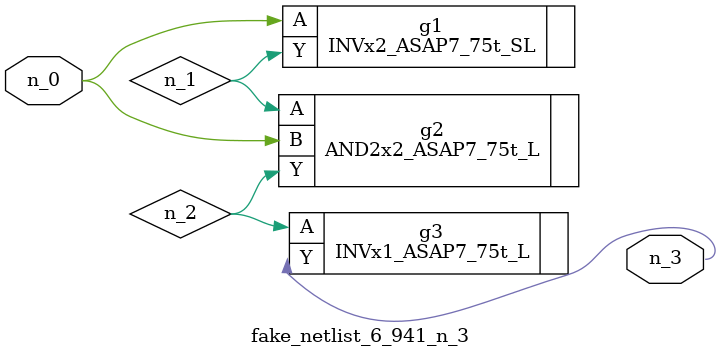
<source format=v>
module fake_netlist_6_941_n_3 (n_0, n_3);

input n_0;

output n_3;

wire n_1;
wire n_2;

INVx2_ASAP7_75t_SL g1 ( 
.A(n_0),
.Y(n_1)
);

AND2x2_ASAP7_75t_L g2 ( 
.A(n_1),
.B(n_0),
.Y(n_2)
);

INVx1_ASAP7_75t_L g3 ( 
.A(n_2),
.Y(n_3)
);


endmodule
</source>
